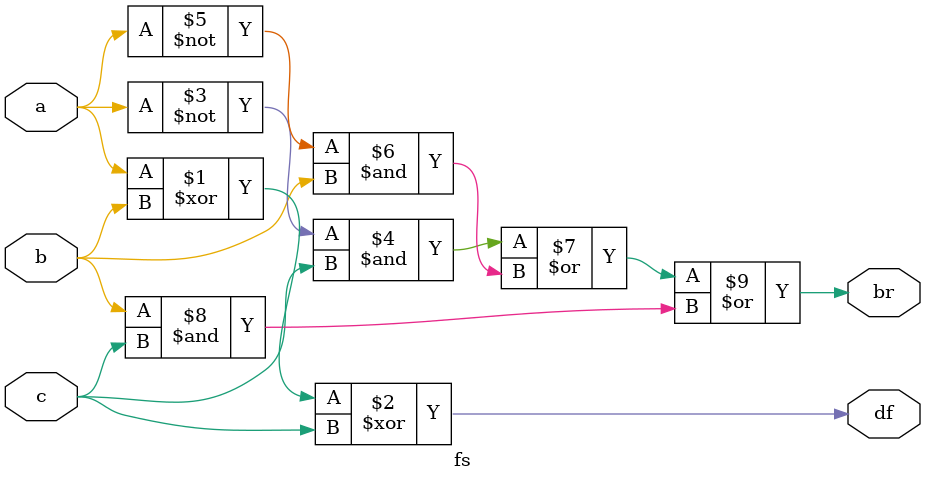
<source format=v>
module fs(a,b,c,df,br);
input a,b,c;
output df,br;

xor(df,a,b,c);
assign br=(~a&c)|(~a&b)|(b&c);

//initial begin
//$monitor ("Hello World");
//end

endmodule
</source>
